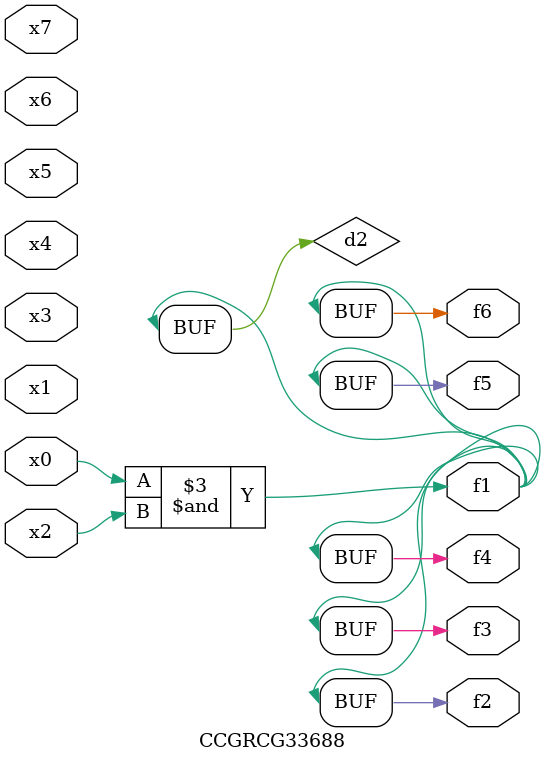
<source format=v>
module CCGRCG33688(
	input x0, x1, x2, x3, x4, x5, x6, x7,
	output f1, f2, f3, f4, f5, f6
);

	wire d1, d2;

	nor (d1, x3, x6);
	and (d2, x0, x2);
	assign f1 = d2;
	assign f2 = d2;
	assign f3 = d2;
	assign f4 = d2;
	assign f5 = d2;
	assign f6 = d2;
endmodule

</source>
